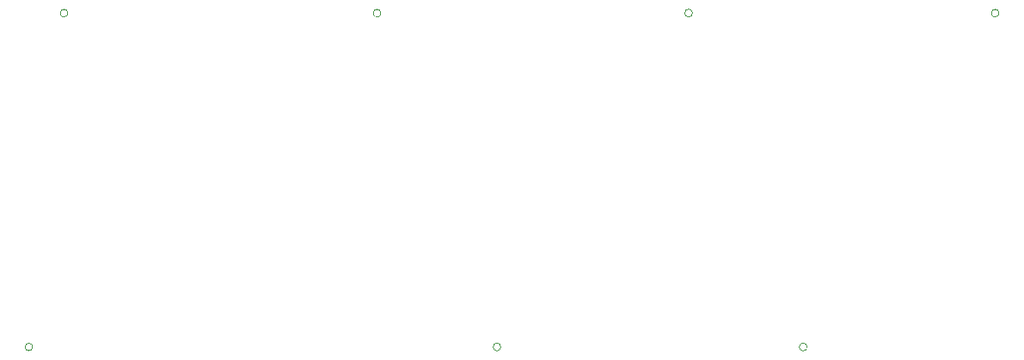
<source format=gbo>
G04 #@! TF.GenerationSoftware,KiCad,Pcbnew,(5.99.0-9973-gfb99c55869)*
G04 #@! TF.CreationDate,2022-08-18T17:51:10-07:00*
G04 #@! TF.ProjectId,RB_v3_2,52425f76-335f-4322-9e6b-696361645f70,rev?*
G04 #@! TF.SameCoordinates,Original*
G04 #@! TF.FileFunction,Legend,Bot*
G04 #@! TF.FilePolarity,Positive*
%FSLAX46Y46*%
G04 Gerber Fmt 4.6, Leading zero omitted, Abs format (unit mm)*
G04 Created by KiCad (PCBNEW (5.99.0-9973-gfb99c55869)) date 2022-08-18 17:51:10*
%MOMM*%
%LPD*%
G01*
G04 APERTURE LIST*
%ADD10C,0.120000*%
G04 APERTURE END LIST*
D10*
X138500950Y-103124000D02*
G75*
G03*
X138500950Y-103124000I-381000J0D01*
G01*
X149789050Y-136024000D02*
G75*
G03*
X149789050Y-136024000I-381000J0D01*
G01*
X73535900Y-136024000D02*
G75*
G03*
X73535900Y-136024000I-381000J0D01*
G01*
X107820100Y-103124000D02*
G75*
G03*
X107820100Y-103124000I-381000J0D01*
G01*
X168694100Y-103124000D02*
G75*
G03*
X168694100Y-103124000I-381000J0D01*
G01*
X119628750Y-136024000D02*
G75*
G03*
X119628750Y-136024000I-381000J0D01*
G01*
X77000100Y-103124000D02*
G75*
G03*
X77000100Y-103124000I-381000J0D01*
G01*
M02*

</source>
